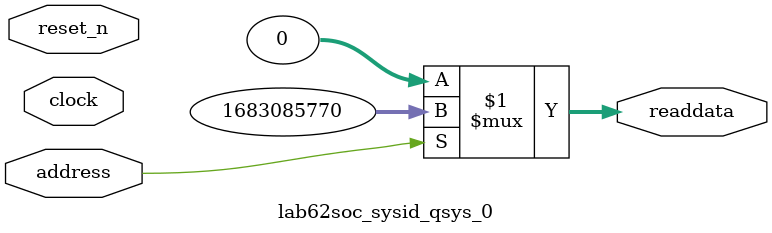
<source format=v>



// synthesis translate_off
`timescale 1ns / 1ps
// synthesis translate_on

// turn off superfluous verilog processor warnings 
// altera message_level Level1 
// altera message_off 10034 10035 10036 10037 10230 10240 10030 

module lab62soc_sysid_qsys_0 (
               // inputs:
                address,
                clock,
                reset_n,

               // outputs:
                readdata
             )
;

  output  [ 31: 0] readdata;
  input            address;
  input            clock;
  input            reset_n;

  wire    [ 31: 0] readdata;
  //control_slave, which is an e_avalon_slave
  assign readdata = address ? 1683085770 : 0;

endmodule



</source>
